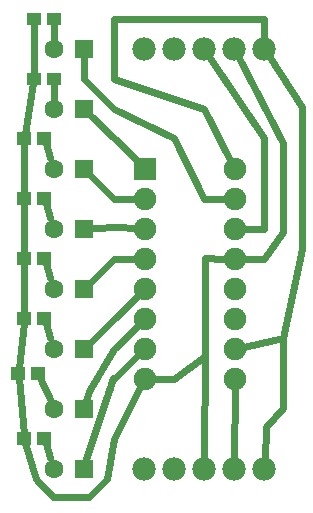
<source format=gbl>
G04 MADE WITH FRITZING*
G04 WWW.FRITZING.ORG*
G04 DOUBLE SIDED*
G04 HOLES PLATED*
G04 CONTOUR ON CENTER OF CONTOUR VECTOR*
%ASAXBY*%
%FSLAX23Y23*%
%MOIN*%
%OFA0B0*%
%SFA1.0B1.0*%
%ADD10C,0.062992*%
%ADD11C,0.075000*%
%ADD12C,0.078000*%
%ADD13R,0.062992X0.062992*%
%ADD14R,0.075000X0.075000*%
%ADD15R,0.047244X0.043307*%
%ADD16C,0.024000*%
%ADD17R,0.001000X0.001000*%
%LNCOPPER0*%
G90*
G70*
G54D10*
X268Y1577D03*
X169Y1577D03*
X268Y577D03*
X169Y577D03*
X268Y777D03*
X169Y777D03*
X268Y177D03*
X169Y177D03*
X268Y377D03*
X169Y377D03*
X268Y977D03*
X169Y977D03*
X268Y1177D03*
X169Y1177D03*
X268Y1377D03*
X169Y1377D03*
G54D11*
X472Y1177D03*
X772Y1177D03*
X472Y1077D03*
X772Y1077D03*
X472Y977D03*
X772Y977D03*
X472Y877D03*
X772Y877D03*
X472Y777D03*
X772Y777D03*
X472Y677D03*
X772Y677D03*
X472Y577D03*
X772Y577D03*
X472Y477D03*
X772Y477D03*
G54D12*
X869Y177D03*
X769Y177D03*
X669Y177D03*
X569Y177D03*
X469Y177D03*
X469Y1577D03*
X569Y1577D03*
X669Y1577D03*
X769Y1577D03*
X869Y1577D03*
G54D13*
X268Y1577D03*
X268Y577D03*
X268Y777D03*
X268Y177D03*
X268Y377D03*
X268Y977D03*
X268Y1177D03*
X268Y1377D03*
G54D14*
X472Y1177D03*
G54D15*
X169Y1677D03*
X102Y1677D03*
X169Y1477D03*
X102Y1477D03*
G54D16*
X570Y1278D02*
X369Y1376D01*
D02*
X934Y613D02*
X772Y577D01*
D02*
X769Y177D02*
X772Y477D01*
D02*
X877Y317D02*
X871Y207D01*
D02*
X934Y378D02*
X877Y317D01*
D02*
X934Y613D02*
X934Y378D01*
D02*
X671Y551D02*
X670Y218D01*
D02*
X368Y1077D02*
X291Y1154D01*
D02*
X438Y1077D02*
X368Y1077D01*
D02*
X369Y876D02*
X291Y799D01*
D02*
X438Y877D02*
X369Y876D01*
D02*
X670Y1077D02*
X570Y1278D01*
D02*
X738Y1077D02*
X670Y1077D01*
D02*
X447Y553D02*
X368Y477D01*
D02*
X157Y1213D02*
X142Y1261D01*
D02*
X51Y512D02*
X68Y661D01*
D02*
X68Y293D02*
X51Y479D01*
D02*
X995Y909D02*
X934Y613D01*
D02*
X995Y1381D02*
X995Y909D01*
D02*
X886Y1551D02*
X995Y1381D01*
D02*
X369Y1278D02*
X291Y1354D01*
D02*
X448Y1201D02*
X369Y1278D01*
D02*
X670Y1376D02*
X369Y1476D01*
D02*
X869Y1677D02*
X869Y1612D01*
D02*
X369Y1476D02*
X369Y1677D01*
D02*
X369Y1677D02*
X869Y1677D01*
D02*
X756Y1207D02*
X670Y1376D01*
D02*
X102Y1493D02*
X102Y1661D01*
D02*
X157Y613D02*
X142Y661D01*
D02*
X157Y813D02*
X142Y861D01*
D02*
X671Y878D02*
X732Y877D01*
D02*
X671Y551D02*
X671Y878D01*
D02*
X570Y477D02*
X671Y551D01*
D02*
X512Y477D02*
X570Y477D01*
D02*
X448Y653D02*
X370Y577D01*
D02*
X370Y577D02*
X285Y435D01*
D02*
X285Y435D02*
X275Y402D01*
D02*
X934Y1263D02*
X934Y967D01*
D02*
X869Y876D02*
X806Y877D01*
D02*
X934Y967D02*
X869Y876D01*
D02*
X786Y1545D02*
X934Y1263D01*
D02*
X72Y1293D02*
X100Y1461D01*
D02*
X69Y1093D02*
X69Y1261D01*
D02*
X157Y213D02*
X142Y261D01*
D02*
X157Y1013D02*
X142Y1061D01*
D02*
X69Y893D02*
X69Y1061D01*
D02*
X369Y677D02*
X291Y599D01*
D02*
X448Y753D02*
X369Y677D01*
D02*
X285Y82D02*
X167Y82D01*
D02*
X167Y82D02*
X110Y142D01*
D02*
X110Y142D02*
X74Y261D01*
D02*
X345Y142D02*
X285Y82D01*
D02*
X369Y277D02*
X345Y142D01*
D02*
X454Y442D02*
X369Y277D01*
D02*
X159Y401D02*
X124Y479D01*
D02*
X869Y1278D02*
X869Y977D01*
D02*
X689Y1547D02*
X869Y1278D01*
D02*
X869Y977D02*
X806Y977D01*
D02*
X69Y693D02*
X69Y861D01*
D02*
X383Y984D02*
X300Y979D01*
D02*
X438Y980D02*
X383Y984D01*
D02*
X169Y1403D02*
X169Y1461D01*
D02*
X270Y1477D02*
X268Y1544D01*
D02*
X369Y1376D02*
X270Y1477D01*
D02*
X169Y1661D02*
X169Y1603D01*
D02*
X772Y448D02*
X770Y207D01*
G36*
X46Y1255D02*
X46Y1298D01*
X93Y1298D01*
X93Y1255D01*
X46Y1255D01*
G37*
D02*
G36*
X113Y1255D02*
X113Y1298D01*
X160Y1298D01*
X160Y1255D01*
X113Y1255D01*
G37*
D02*
G36*
X46Y1055D02*
X46Y1098D01*
X93Y1098D01*
X93Y1055D01*
X46Y1055D01*
G37*
D02*
G36*
X113Y1055D02*
X113Y1098D01*
X160Y1098D01*
X160Y1055D01*
X113Y1055D01*
G37*
D02*
G36*
X46Y855D02*
X46Y898D01*
X93Y898D01*
X93Y855D01*
X46Y855D01*
G37*
D02*
G36*
X113Y855D02*
X113Y898D01*
X160Y898D01*
X160Y855D01*
X113Y855D01*
G37*
D02*
G36*
X46Y655D02*
X46Y698D01*
X93Y698D01*
X93Y655D01*
X46Y655D01*
G37*
D02*
G36*
X113Y655D02*
X113Y698D01*
X160Y698D01*
X160Y655D01*
X113Y655D01*
G37*
D02*
G36*
X26Y474D02*
X26Y517D01*
X73Y517D01*
X73Y474D01*
X26Y474D01*
G37*
D02*
G36*
X93Y474D02*
X93Y517D01*
X140Y517D01*
X140Y474D01*
X93Y474D01*
G37*
D02*
G36*
X46Y255D02*
X46Y298D01*
X93Y298D01*
X93Y255D01*
X46Y255D01*
G37*
D02*
G36*
X113Y255D02*
X113Y298D01*
X160Y298D01*
X160Y255D01*
X113Y255D01*
G37*
D02*
G54D17*
X364Y489D02*
X372Y489D01*
X362Y488D02*
X374Y488D01*
X361Y487D02*
X375Y487D01*
X359Y486D02*
X376Y486D01*
X359Y485D02*
X377Y485D01*
X358Y484D02*
X377Y484D01*
X357Y483D02*
X378Y483D01*
X357Y482D02*
X378Y482D01*
X357Y481D02*
X379Y481D01*
X356Y480D02*
X379Y480D01*
X356Y479D02*
X379Y479D01*
X356Y478D02*
X379Y478D01*
X355Y477D02*
X379Y477D01*
X355Y476D02*
X379Y476D01*
X355Y475D02*
X379Y475D01*
X354Y474D02*
X379Y474D01*
X354Y473D02*
X378Y473D01*
X354Y472D02*
X378Y472D01*
X353Y471D02*
X378Y471D01*
X353Y470D02*
X377Y470D01*
X353Y469D02*
X377Y469D01*
X352Y468D02*
X377Y468D01*
X352Y467D02*
X376Y467D01*
X352Y466D02*
X376Y466D01*
X351Y465D02*
X376Y465D01*
X351Y464D02*
X375Y464D01*
X351Y463D02*
X375Y463D01*
X350Y462D02*
X375Y462D01*
X350Y461D02*
X374Y461D01*
X350Y460D02*
X374Y460D01*
X349Y459D02*
X374Y459D01*
X349Y458D02*
X373Y458D01*
X349Y457D02*
X373Y457D01*
X348Y456D02*
X373Y456D01*
X348Y455D02*
X372Y455D01*
X348Y454D02*
X372Y454D01*
X347Y453D02*
X372Y453D01*
X347Y452D02*
X371Y452D01*
X347Y451D02*
X371Y451D01*
X346Y450D02*
X371Y450D01*
X346Y449D02*
X370Y449D01*
X346Y448D02*
X370Y448D01*
X345Y447D02*
X370Y447D01*
X345Y446D02*
X369Y446D01*
X345Y445D02*
X369Y445D01*
X344Y444D02*
X369Y444D01*
X344Y443D02*
X368Y443D01*
X344Y442D02*
X368Y442D01*
X343Y441D02*
X368Y441D01*
X343Y440D02*
X367Y440D01*
X343Y439D02*
X367Y439D01*
X342Y438D02*
X367Y438D01*
X342Y437D02*
X366Y437D01*
X342Y436D02*
X366Y436D01*
X341Y435D02*
X366Y435D01*
X341Y434D02*
X365Y434D01*
X341Y433D02*
X365Y433D01*
X340Y432D02*
X365Y432D01*
X340Y431D02*
X364Y431D01*
X340Y430D02*
X364Y430D01*
X339Y429D02*
X364Y429D01*
X339Y428D02*
X363Y428D01*
X339Y427D02*
X363Y427D01*
X338Y426D02*
X363Y426D01*
X338Y425D02*
X362Y425D01*
X338Y424D02*
X362Y424D01*
X337Y423D02*
X362Y423D01*
X337Y422D02*
X361Y422D01*
X337Y421D02*
X361Y421D01*
X336Y420D02*
X361Y420D01*
X336Y419D02*
X360Y419D01*
X336Y418D02*
X360Y418D01*
X335Y417D02*
X359Y417D01*
X335Y416D02*
X359Y416D01*
X335Y415D02*
X359Y415D01*
X334Y414D02*
X358Y414D01*
X334Y413D02*
X358Y413D01*
X334Y412D02*
X358Y412D01*
X333Y411D02*
X357Y411D01*
X333Y410D02*
X357Y410D01*
X333Y409D02*
X357Y409D01*
X332Y408D02*
X356Y408D01*
X332Y407D02*
X356Y407D01*
X332Y406D02*
X356Y406D01*
X331Y405D02*
X355Y405D01*
X331Y404D02*
X355Y404D01*
X331Y403D02*
X355Y403D01*
X330Y402D02*
X354Y402D01*
X330Y401D02*
X354Y401D01*
X330Y400D02*
X354Y400D01*
X329Y399D02*
X353Y399D01*
X329Y398D02*
X353Y398D01*
X328Y397D02*
X353Y397D01*
X328Y396D02*
X352Y396D01*
X328Y395D02*
X352Y395D01*
X327Y394D02*
X352Y394D01*
X327Y393D02*
X351Y393D01*
X327Y392D02*
X351Y392D01*
X326Y391D02*
X351Y391D01*
X326Y390D02*
X350Y390D01*
X326Y389D02*
X350Y389D01*
X325Y388D02*
X350Y388D01*
X325Y387D02*
X349Y387D01*
X325Y386D02*
X349Y386D01*
X324Y385D02*
X349Y385D01*
X324Y384D02*
X348Y384D01*
X324Y383D02*
X348Y383D01*
X323Y382D02*
X348Y382D01*
X323Y381D02*
X347Y381D01*
X323Y380D02*
X347Y380D01*
X322Y379D02*
X347Y379D01*
X322Y378D02*
X346Y378D01*
X322Y377D02*
X346Y377D01*
X321Y376D02*
X346Y376D01*
X321Y375D02*
X345Y375D01*
X321Y374D02*
X345Y374D01*
X320Y373D02*
X345Y373D01*
X320Y372D02*
X344Y372D01*
X320Y371D02*
X344Y371D01*
X319Y370D02*
X344Y370D01*
X319Y369D02*
X343Y369D01*
X319Y368D02*
X343Y368D01*
X318Y367D02*
X343Y367D01*
X318Y366D02*
X342Y366D01*
X318Y365D02*
X342Y365D01*
X317Y364D02*
X342Y364D01*
X317Y363D02*
X341Y363D01*
X317Y362D02*
X341Y362D01*
X316Y361D02*
X341Y361D01*
X316Y360D02*
X340Y360D01*
X316Y359D02*
X340Y359D01*
X315Y358D02*
X340Y358D01*
X315Y357D02*
X339Y357D01*
X315Y356D02*
X339Y356D01*
X314Y355D02*
X339Y355D01*
X314Y354D02*
X338Y354D01*
X314Y353D02*
X338Y353D01*
X313Y352D02*
X338Y352D01*
X313Y351D02*
X337Y351D01*
X313Y350D02*
X337Y350D01*
X312Y349D02*
X337Y349D01*
X312Y348D02*
X336Y348D01*
X312Y347D02*
X336Y347D01*
X311Y346D02*
X336Y346D01*
X311Y345D02*
X335Y345D01*
X311Y344D02*
X335Y344D01*
X310Y343D02*
X335Y343D01*
X310Y342D02*
X334Y342D01*
X310Y341D02*
X334Y341D01*
X309Y340D02*
X334Y340D01*
X309Y339D02*
X333Y339D01*
X309Y338D02*
X333Y338D01*
X308Y337D02*
X333Y337D01*
X308Y336D02*
X332Y336D01*
X308Y335D02*
X332Y335D01*
X307Y334D02*
X332Y334D01*
X307Y333D02*
X331Y333D01*
X307Y332D02*
X331Y332D01*
X306Y331D02*
X331Y331D01*
X306Y330D02*
X330Y330D01*
X306Y329D02*
X330Y329D01*
X305Y328D02*
X330Y328D01*
X305Y327D02*
X329Y327D01*
X305Y326D02*
X329Y326D01*
X304Y325D02*
X329Y325D01*
X304Y324D02*
X328Y324D01*
X304Y323D02*
X328Y323D01*
X303Y322D02*
X328Y322D01*
X303Y321D02*
X327Y321D01*
X303Y320D02*
X327Y320D01*
X302Y319D02*
X327Y319D01*
X302Y318D02*
X326Y318D01*
X302Y317D02*
X326Y317D01*
X301Y316D02*
X326Y316D01*
X301Y315D02*
X325Y315D01*
X301Y314D02*
X325Y314D01*
X300Y313D02*
X325Y313D01*
X300Y312D02*
X324Y312D01*
X300Y311D02*
X324Y311D01*
X299Y310D02*
X324Y310D01*
X299Y309D02*
X323Y309D01*
X299Y308D02*
X323Y308D01*
X298Y307D02*
X323Y307D01*
X298Y306D02*
X322Y306D01*
X298Y305D02*
X322Y305D01*
X297Y304D02*
X322Y304D01*
X297Y303D02*
X321Y303D01*
X297Y302D02*
X321Y302D01*
X296Y301D02*
X321Y301D01*
X296Y300D02*
X320Y300D01*
X296Y299D02*
X320Y299D01*
X295Y298D02*
X320Y298D01*
X295Y297D02*
X319Y297D01*
X295Y296D02*
X319Y296D01*
X294Y295D02*
X319Y295D01*
X294Y294D02*
X318Y294D01*
X294Y293D02*
X318Y293D01*
X293Y292D02*
X318Y292D01*
X293Y291D02*
X317Y291D01*
X293Y290D02*
X317Y290D01*
X292Y289D02*
X317Y289D01*
X292Y288D02*
X316Y288D01*
X292Y287D02*
X316Y287D01*
X291Y286D02*
X316Y286D01*
X291Y285D02*
X315Y285D01*
X291Y284D02*
X315Y284D01*
X290Y283D02*
X315Y283D01*
X290Y282D02*
X314Y282D01*
X290Y281D02*
X314Y281D01*
X289Y280D02*
X314Y280D01*
X289Y279D02*
X313Y279D01*
X289Y278D02*
X313Y278D01*
X288Y277D02*
X313Y277D01*
X288Y276D02*
X312Y276D01*
X288Y275D02*
X312Y275D01*
X287Y274D02*
X312Y274D01*
X287Y273D02*
X311Y273D01*
X287Y272D02*
X311Y272D01*
X286Y271D02*
X311Y271D01*
X286Y270D02*
X310Y270D01*
X286Y269D02*
X310Y269D01*
X285Y268D02*
X310Y268D01*
X285Y267D02*
X309Y267D01*
X285Y266D02*
X309Y266D01*
X284Y265D02*
X309Y265D01*
X284Y264D02*
X308Y264D01*
X284Y263D02*
X308Y263D01*
X283Y262D02*
X308Y262D01*
X283Y261D02*
X307Y261D01*
X283Y260D02*
X307Y260D01*
X282Y259D02*
X307Y259D01*
X282Y258D02*
X306Y258D01*
X282Y257D02*
X306Y257D01*
X281Y256D02*
X306Y256D01*
X281Y255D02*
X305Y255D01*
X281Y254D02*
X305Y254D01*
X280Y253D02*
X305Y253D01*
X280Y252D02*
X304Y252D01*
X280Y251D02*
X304Y251D01*
X279Y250D02*
X304Y250D01*
X279Y249D02*
X303Y249D01*
X279Y248D02*
X303Y248D01*
X278Y247D02*
X303Y247D01*
X278Y246D02*
X302Y246D01*
X278Y245D02*
X302Y245D01*
X277Y244D02*
X302Y244D01*
X277Y243D02*
X301Y243D01*
X277Y242D02*
X301Y242D01*
X276Y241D02*
X301Y241D01*
X276Y240D02*
X300Y240D01*
X276Y239D02*
X300Y239D01*
X275Y238D02*
X300Y238D01*
X275Y237D02*
X299Y237D01*
X275Y236D02*
X299Y236D01*
X274Y235D02*
X299Y235D01*
X274Y234D02*
X298Y234D01*
X274Y233D02*
X298Y233D01*
X273Y232D02*
X298Y232D01*
X273Y231D02*
X297Y231D01*
X273Y230D02*
X297Y230D01*
X272Y229D02*
X297Y229D01*
X272Y228D02*
X296Y228D01*
X272Y227D02*
X296Y227D01*
X271Y226D02*
X296Y226D01*
X271Y225D02*
X295Y225D01*
X271Y224D02*
X295Y224D01*
X270Y223D02*
X295Y223D01*
X270Y222D02*
X294Y222D01*
X270Y221D02*
X294Y221D01*
X269Y220D02*
X294Y220D01*
X269Y219D02*
X293Y219D01*
X269Y218D02*
X293Y218D01*
X268Y217D02*
X293Y217D01*
X268Y216D02*
X292Y216D01*
X268Y215D02*
X292Y215D01*
X267Y214D02*
X292Y214D01*
X267Y213D02*
X291Y213D01*
X267Y212D02*
X291Y212D01*
X266Y211D02*
X291Y211D01*
X266Y210D02*
X290Y210D01*
X266Y209D02*
X290Y209D01*
X265Y208D02*
X290Y208D01*
X265Y207D02*
X289Y207D01*
X265Y206D02*
X289Y206D01*
X264Y205D02*
X288Y205D01*
X264Y204D02*
X288Y204D01*
X264Y203D02*
X288Y203D01*
X263Y202D02*
X287Y202D01*
X263Y201D02*
X287Y201D01*
X263Y200D02*
X287Y200D01*
X262Y199D02*
X286Y199D01*
X262Y198D02*
X286Y198D01*
X262Y197D02*
X286Y197D01*
X261Y196D02*
X285Y196D01*
X261Y195D02*
X285Y195D01*
X261Y194D02*
X285Y194D01*
X260Y193D02*
X284Y193D01*
X260Y192D02*
X284Y192D01*
X259Y191D02*
X284Y191D01*
X259Y190D02*
X283Y190D01*
X259Y189D02*
X283Y189D01*
X258Y188D02*
X283Y188D01*
X258Y187D02*
X282Y187D01*
X258Y186D02*
X282Y186D01*
X257Y185D02*
X282Y185D01*
X257Y184D02*
X281Y184D01*
X257Y183D02*
X281Y183D01*
X256Y182D02*
X281Y182D01*
X256Y181D02*
X280Y181D01*
X256Y180D02*
X280Y180D01*
X256Y179D02*
X280Y179D01*
X256Y178D02*
X279Y178D01*
X256Y177D02*
X279Y177D01*
X256Y176D02*
X279Y176D01*
X256Y175D02*
X278Y175D01*
X257Y174D02*
X278Y174D01*
X257Y173D02*
X278Y173D01*
X258Y172D02*
X277Y172D01*
X258Y171D02*
X276Y171D01*
X259Y170D02*
X276Y170D01*
X260Y169D02*
X275Y169D01*
X261Y168D02*
X273Y168D01*
X263Y167D02*
X271Y167D01*
D02*
G04 End of Copper0*
M02*
</source>
